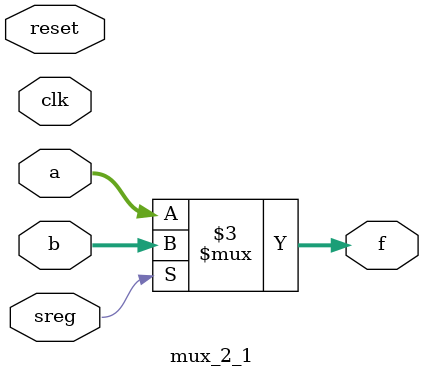
<source format=sv>
`timescale 1ns / 1ps


module mux_2_1
    #(parameter width = 8)
    (
    input logic clk,
    input logic reset,
    input [width-1:0]  a,
    input [width-1:0]  b,
    input  sreg,
    output logic [width-1:0] f
    );
    
//    always @ (posedge clk, negedge reset) begin    
    always @ (*) begin  
        if (sreg)
            f = b;
        else
            f = a;
    end
    
endmodule

</source>
